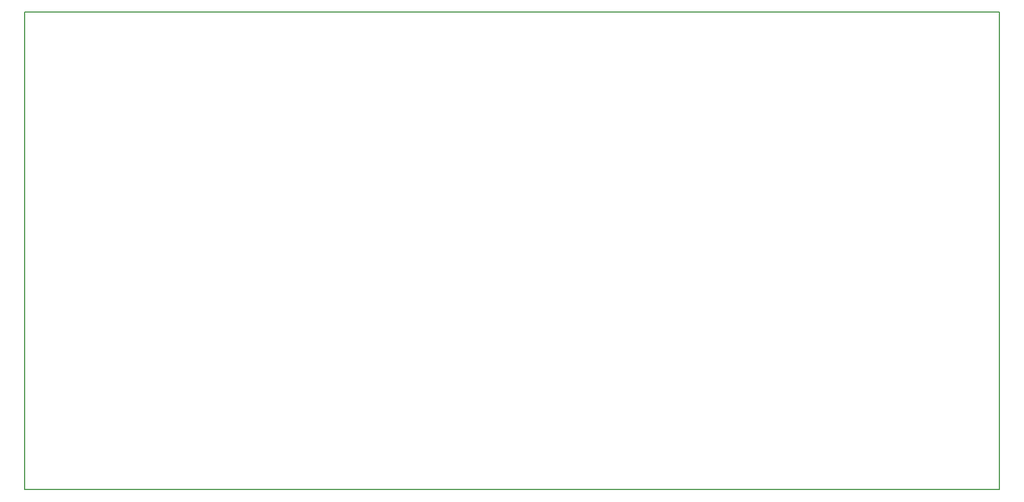
<source format=gm1>
%TF.GenerationSoftware,KiCad,Pcbnew,(2017-08-27 revision e3c64f1f0)-makepkg*%
%TF.CreationDate,2017-11-07T13:37:46+01:00*%
%TF.ProjectId,Breakout-Platine-Cube,427265616B6F75742D506C6174696E65,rev?*%
%TF.SameCoordinates,Original*%
%TF.FileFunction,Profile,NP*%
%FSLAX46Y46*%
G04 Gerber Fmt 4.6, Leading zero omitted, Abs format (unit mm)*
G04 Created by KiCad (PCBNEW (2017-08-27 revision e3c64f1f0)-makepkg) date 11/07/17 13:37:46*
%MOMM*%
%LPD*%
G01*
G04 APERTURE LIST*
%ADD10C,0.150000*%
G04 APERTURE END LIST*
D10*
X169800000Y-86300000D02*
X169800000Y-160300000D01*
X320600000Y-86300000D02*
X169800000Y-86300000D01*
X320600000Y-160300000D02*
X320600000Y-86300000D01*
X169800000Y-160300000D02*
X320600000Y-160300000D01*
M02*

</source>
